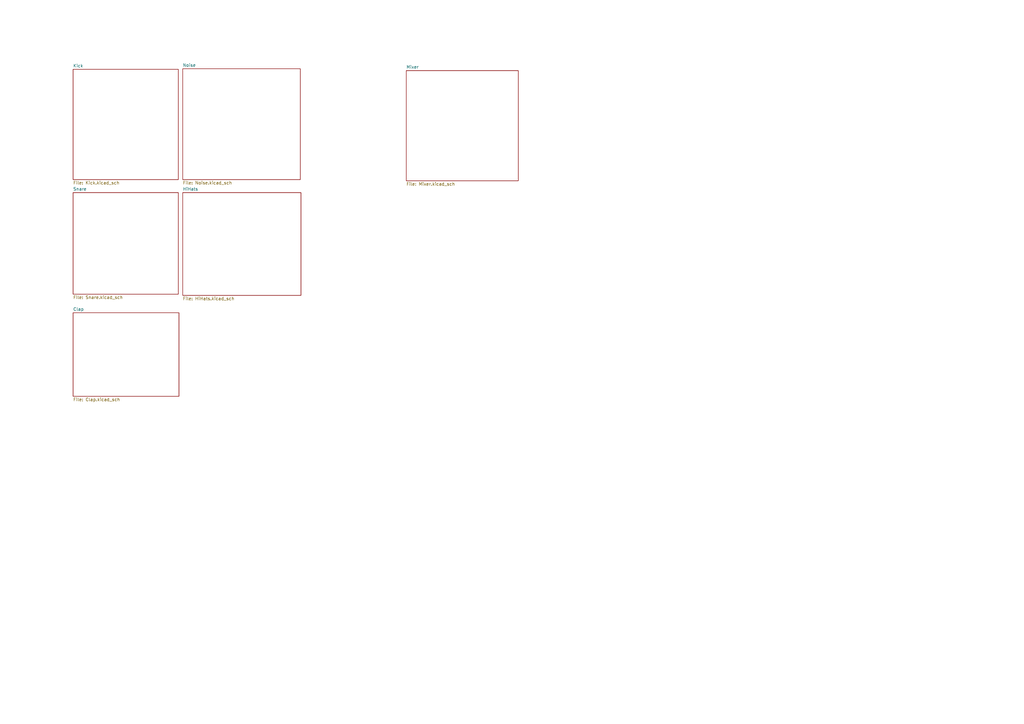
<source format=kicad_sch>
(kicad_sch
	(version 20231120)
	(generator "eeschema")
	(generator_version "8.0")
	(uuid "35fcb85e-691e-4cf3-b059-6204b1f3c456")
	(paper "A3")
	(lib_symbols)
	(sheet
		(at 74.93 28.194)
		(size 48.26 45.466)
		(fields_autoplaced yes)
		(stroke
			(width 0.1524)
			(type solid)
		)
		(fill
			(color 0 0 0 0.0000)
		)
		(uuid "0d1c806d-357a-4257-b830-383708fbdda4")
		(property "Sheetname" "Noise"
			(at 74.93 27.4824 0)
			(effects
				(font
					(size 1.27 1.27)
				)
				(justify left bottom)
			)
		)
		(property "Sheetfile" "Noise.kicad_sch"
			(at 74.93 74.2446 0)
			(effects
				(font
					(size 1.27 1.27)
				)
				(justify left top)
			)
		)
		(instances
			(project "VCRDrums"
				(path "/35fcb85e-691e-4cf3-b059-6204b1f3c456"
					(page "4")
				)
			)
		)
	)
	(sheet
		(at 29.972 28.448)
		(size 43.18 45.212)
		(fields_autoplaced yes)
		(stroke
			(width 0.1524)
			(type solid)
		)
		(fill
			(color 0 0 0 0.0000)
		)
		(uuid "4acdc75b-38e8-4876-b2e7-86638bbf5628")
		(property "Sheetname" "Kick"
			(at 29.972 27.7364 0)
			(effects
				(font
					(size 1.27 1.27)
				)
				(justify left bottom)
			)
		)
		(property "Sheetfile" "Kick.kicad_sch"
			(at 29.972 74.2446 0)
			(effects
				(font
					(size 1.27 1.27)
				)
				(justify left top)
			)
		)
		(instances
			(project "VCRDrums"
				(path "/35fcb85e-691e-4cf3-b059-6204b1f3c456"
					(page "2")
				)
			)
		)
	)
	(sheet
		(at 166.624 28.956)
		(size 45.974 45.212)
		(fields_autoplaced yes)
		(stroke
			(width 0.1524)
			(type solid)
		)
		(fill
			(color 0 0 0 0.0000)
		)
		(uuid "67bfeadd-f784-4ab5-bab5-d27fdb5e302a")
		(property "Sheetname" "Mixer"
			(at 166.624 28.2444 0)
			(effects
				(font
					(size 1.27 1.27)
				)
				(justify left bottom)
			)
		)
		(property "Sheetfile" "Mixer.kicad_sch"
			(at 166.624 74.7526 0)
			(effects
				(font
					(size 1.27 1.27)
				)
				(justify left top)
			)
		)
		(instances
			(project "VCRDrums"
				(path "/35fcb85e-691e-4cf3-b059-6204b1f3c456"
					(page "3")
				)
			)
		)
	)
	(sheet
		(at 29.972 78.994)
		(size 43.18 41.656)
		(fields_autoplaced yes)
		(stroke
			(width 0.1524)
			(type solid)
		)
		(fill
			(color 0 0 0 0.0000)
		)
		(uuid "a9bbdec5-1eb0-41e0-af88-0c0d6aeeac72")
		(property "Sheetname" "Snare"
			(at 29.972 78.2824 0)
			(effects
				(font
					(size 1.27 1.27)
				)
				(justify left bottom)
			)
		)
		(property "Sheetfile" "Snare.kicad_sch"
			(at 29.972 121.2346 0)
			(effects
				(font
					(size 1.27 1.27)
				)
				(justify left top)
			)
		)
		(instances
			(project "VCRDrums"
				(path "/35fcb85e-691e-4cf3-b059-6204b1f3c456"
					(page "5")
				)
			)
		)
	)
	(sheet
		(at 29.972 128.27)
		(size 43.434 34.29)
		(fields_autoplaced yes)
		(stroke
			(width 0.1524)
			(type solid)
		)
		(fill
			(color 0 0 0 0.0000)
		)
		(uuid "aa938b4e-4745-4504-8490-c87ce7e6ddf4")
		(property "Sheetname" "Clap"
			(at 29.972 127.5584 0)
			(effects
				(font
					(size 1.27 1.27)
				)
				(justify left bottom)
			)
		)
		(property "Sheetfile" "Clap.kicad_sch"
			(at 29.972 163.1446 0)
			(effects
				(font
					(size 1.27 1.27)
				)
				(justify left top)
			)
		)
		(instances
			(project "VCRDrums"
				(path "/35fcb85e-691e-4cf3-b059-6204b1f3c456"
					(page "7")
				)
			)
		)
	)
	(sheet
		(at 74.93 78.994)
		(size 48.514 42.164)
		(fields_autoplaced yes)
		(stroke
			(width 0.1524)
			(type solid)
		)
		(fill
			(color 0 0 0 0.0000)
		)
		(uuid "f68b6d9c-5337-480a-954c-b20adfb587ea")
		(property "Sheetname" "HiHats"
			(at 74.93 78.2824 0)
			(effects
				(font
					(size 1.27 1.27)
				)
				(justify left bottom)
			)
		)
		(property "Sheetfile" "HiHats.kicad_sch"
			(at 74.93 121.7426 0)
			(effects
				(font
					(size 1.27 1.27)
				)
				(justify left top)
			)
		)
		(instances
			(project "VCRDrums"
				(path "/35fcb85e-691e-4cf3-b059-6204b1f3c456"
					(page "6")
				)
			)
		)
	)
	(sheet_instances
		(path "/"
			(page "1")
		)
	)
)

</source>
